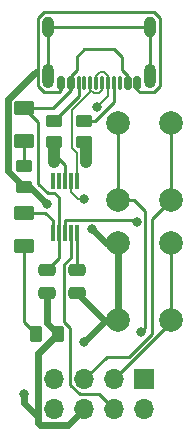
<source format=gbr>
%TF.GenerationSoftware,KiCad,Pcbnew,7.0.9*%
%TF.CreationDate,2024-05-14T19:27:58+09:00*%
%TF.ProjectId,06_WRITER,30365f57-5249-4544-9552-2e6b69636164,rev?*%
%TF.SameCoordinates,Original*%
%TF.FileFunction,Copper,L1,Top*%
%TF.FilePolarity,Positive*%
%FSLAX46Y46*%
G04 Gerber Fmt 4.6, Leading zero omitted, Abs format (unit mm)*
G04 Created by KiCad (PCBNEW 7.0.9) date 2024-05-14 19:27:58*
%MOMM*%
%LPD*%
G01*
G04 APERTURE LIST*
G04 Aperture macros list*
%AMRoundRect*
0 Rectangle with rounded corners*
0 $1 Rounding radius*
0 $2 $3 $4 $5 $6 $7 $8 $9 X,Y pos of 4 corners*
0 Add a 4 corners polygon primitive as box body*
4,1,4,$2,$3,$4,$5,$6,$7,$8,$9,$2,$3,0*
0 Add four circle primitives for the rounded corners*
1,1,$1+$1,$2,$3*
1,1,$1+$1,$4,$5*
1,1,$1+$1,$6,$7*
1,1,$1+$1,$8,$9*
0 Add four rect primitives between the rounded corners*
20,1,$1+$1,$2,$3,$4,$5,0*
20,1,$1+$1,$4,$5,$6,$7,0*
20,1,$1+$1,$6,$7,$8,$9,0*
20,1,$1+$1,$8,$9,$2,$3,0*%
G04 Aperture macros list end*
%TA.AperFunction,ComponentPad*%
%ADD10R,1.700000X1.700000*%
%TD*%
%TA.AperFunction,ComponentPad*%
%ADD11O,1.700000X1.700000*%
%TD*%
%TA.AperFunction,SMDPad,CuDef*%
%ADD12RoundRect,0.250000X0.625000X-0.375000X0.625000X0.375000X-0.625000X0.375000X-0.625000X-0.375000X0*%
%TD*%
%TA.AperFunction,SMDPad,CuDef*%
%ADD13R,0.300000X1.400000*%
%TD*%
%TA.AperFunction,SMDPad,CuDef*%
%ADD14RoundRect,0.250000X-0.475000X0.250000X-0.475000X-0.250000X0.475000X-0.250000X0.475000X0.250000X0*%
%TD*%
%TA.AperFunction,SMDPad,CuDef*%
%ADD15RoundRect,0.250000X0.450000X-0.262500X0.450000X0.262500X-0.450000X0.262500X-0.450000X-0.262500X0*%
%TD*%
%TA.AperFunction,SMDPad,CuDef*%
%ADD16RoundRect,0.250000X-0.450000X0.262500X-0.450000X-0.262500X0.450000X-0.262500X0.450000X0.262500X0*%
%TD*%
%TA.AperFunction,SMDPad,CuDef*%
%ADD17RoundRect,0.150000X0.150000X0.425000X-0.150000X0.425000X-0.150000X-0.425000X0.150000X-0.425000X0*%
%TD*%
%TA.AperFunction,SMDPad,CuDef*%
%ADD18RoundRect,0.075000X0.075000X0.500000X-0.075000X0.500000X-0.075000X-0.500000X0.075000X-0.500000X0*%
%TD*%
%TA.AperFunction,ComponentPad*%
%ADD19O,1.000000X2.100000*%
%TD*%
%TA.AperFunction,ComponentPad*%
%ADD20O,1.000000X1.800000*%
%TD*%
%TA.AperFunction,SMDPad,CuDef*%
%ADD21RoundRect,0.250000X-0.262500X-0.450000X0.262500X-0.450000X0.262500X0.450000X-0.262500X0.450000X0*%
%TD*%
%TA.AperFunction,ComponentPad*%
%ADD22C,2.000000*%
%TD*%
%TA.AperFunction,SMDPad,CuDef*%
%ADD23RoundRect,0.250000X0.475000X-0.250000X0.475000X0.250000X-0.475000X0.250000X-0.475000X-0.250000X0*%
%TD*%
%TA.AperFunction,ViaPad*%
%ADD24C,0.800000*%
%TD*%
%TA.AperFunction,Conductor*%
%ADD25C,0.250000*%
%TD*%
%TA.AperFunction,Conductor*%
%ADD26C,0.600000*%
%TD*%
%TA.AperFunction,Conductor*%
%ADD27C,1.000000*%
%TD*%
%TA.AperFunction,Conductor*%
%ADD28C,0.200000*%
%TD*%
G04 APERTURE END LIST*
D10*
%TO.P,J2,1,Pin_1*%
%TO.N,unconnected-(J2-Pin_1-Pad1)*%
X175260000Y-97155000D03*
D11*
%TO.P,J2,2,Pin_2*%
%TO.N,RX*%
X175260000Y-99695000D03*
%TO.P,J2,3,Pin_3*%
%TO.N,NRST*%
X172720000Y-97155000D03*
%TO.P,J2,4,Pin_4*%
%TO.N,TX*%
X172720000Y-99695000D03*
%TO.P,J2,5,Pin_5*%
%TO.N,BOOT0*%
X170180000Y-97155000D03*
%TO.P,J2,6,Pin_6*%
%TO.N,GND*%
X170180000Y-99695000D03*
%TO.P,J2,7,Pin_7*%
%TO.N,unconnected-(J2-Pin_7-Pad7)*%
X167640000Y-97155000D03*
%TO.P,J2,8,Pin_8*%
%TO.N,+3V3*%
X167640000Y-99695000D03*
%TD*%
D12*
%TO.P,D2,1,K*%
%TO.N,Net-(D2-K)*%
X165100000Y-85855000D03*
%TO.P,D2,2,A*%
%TO.N,Net-(D2-A)*%
X165100000Y-83055000D03*
%TD*%
D13*
%TO.P,U1,1,UD+*%
%TO.N,D+*%
X169545000Y-80350000D03*
%TO.P,U1,2,UD-*%
%TO.N,D-*%
X169045000Y-80350000D03*
%TO.P,U1,3,GND*%
%TO.N,GND*%
X168545000Y-80350000D03*
%TO.P,U1,4,~{RTS}*%
%TO.N,unconnected-(U1-~{RTS}-Pad4)*%
X168045000Y-80350000D03*
%TO.P,U1,5,~{CTS}*%
%TO.N,unconnected-(U1-~{CTS}-Pad5)*%
X167545000Y-80350000D03*
%TO.P,U1,6,TNOW*%
%TO.N,Net-(D2-A)*%
X167545000Y-84750000D03*
%TO.P,U1,7,VCC*%
%TO.N,+5V*%
X168045000Y-84750000D03*
%TO.P,U1,8,TXD*%
%TO.N,RX*%
X168545000Y-84750000D03*
%TO.P,U1,9,RXD*%
%TO.N,TX*%
X169045000Y-84750000D03*
%TO.P,U1,10,V3*%
%TO.N,Net-(U1-V3)*%
X169545000Y-84750000D03*
%TD*%
D14*
%TO.P,C1,1*%
%TO.N,+5V*%
X167005000Y-87950000D03*
%TO.P,C1,2*%
%TO.N,GND*%
X167005000Y-89850000D03*
%TD*%
D15*
%TO.P,R2,1*%
%TO.N,GND*%
X167640000Y-77112500D03*
%TO.P,R2,2*%
%TO.N,Net-(J1-CC2)*%
X167640000Y-75287500D03*
%TD*%
%TO.P,R1,1*%
%TO.N,GND*%
X170180000Y-77112500D03*
%TO.P,R1,2*%
%TO.N,Net-(J1-CC1)*%
X170180000Y-75287500D03*
%TD*%
D16*
%TO.P,R3,1*%
%TO.N,Net-(D1-K)*%
X165100000Y-79097500D03*
%TO.P,R3,2*%
%TO.N,GND*%
X165100000Y-80922500D03*
%TD*%
D17*
%TO.P,J1,A1,GND*%
%TO.N,GND*%
X174650000Y-72065000D03*
%TO.P,J1,A4,VBUS*%
%TO.N,+5V*%
X173850000Y-72065000D03*
D18*
%TO.P,J1,A5,CC1*%
%TO.N,Net-(J1-CC1)*%
X172700000Y-72065000D03*
%TO.P,J1,A6,D+*%
%TO.N,D+*%
X171700000Y-72065000D03*
%TO.P,J1,A7,D-*%
%TO.N,D-*%
X171200000Y-72065000D03*
%TO.P,J1,A8,SBU1*%
%TO.N,unconnected-(J1-SBU1-PadA8)*%
X170200000Y-72065000D03*
D17*
%TO.P,J1,A9,VBUS*%
%TO.N,+5V*%
X169050000Y-72065000D03*
%TO.P,J1,A12,GND*%
%TO.N,GND*%
X168250000Y-72065000D03*
%TO.P,J1,B1,GND*%
X168250000Y-72065000D03*
%TO.P,J1,B4,VBUS*%
%TO.N,+5V*%
X169050000Y-72065000D03*
D18*
%TO.P,J1,B5,CC2*%
%TO.N,Net-(J1-CC2)*%
X169700000Y-72065000D03*
%TO.P,J1,B6,D+*%
%TO.N,D+*%
X170700000Y-72065000D03*
%TO.P,J1,B7,D-*%
%TO.N,D-*%
X172200000Y-72065000D03*
%TO.P,J1,B8,SBU2*%
%TO.N,unconnected-(J1-SBU2-PadB8)*%
X173200000Y-72065000D03*
D17*
%TO.P,J1,B9,VBUS*%
%TO.N,+5V*%
X173850000Y-72065000D03*
%TO.P,J1,B12,GND*%
%TO.N,GND*%
X174650000Y-72065000D03*
D19*
%TO.P,J1,S1,SHIELD*%
%TO.N,unconnected-(J1-SHIELD-PadS1)*%
X175770000Y-71490000D03*
D20*
X175770000Y-67310000D03*
D19*
X167130000Y-71490000D03*
D20*
X167130000Y-67310000D03*
%TD*%
D21*
%TO.P,R4,1*%
%TO.N,Net-(D2-K)*%
X166092500Y-93345000D03*
%TO.P,R4,2*%
%TO.N,GND*%
X167917500Y-93345000D03*
%TD*%
D22*
%TO.P,SW2,1,1*%
%TO.N,+3V3*%
X173010000Y-81990000D03*
X173010000Y-75490000D03*
%TO.P,SW2,2,2*%
%TO.N,BOOT0*%
X177510000Y-81990000D03*
X177510000Y-75490000D03*
%TD*%
D12*
%TO.P,D1,1,K*%
%TO.N,Net-(D1-K)*%
X165100000Y-76965000D03*
%TO.P,D1,2,A*%
%TO.N,+5V*%
X165100000Y-74165000D03*
%TD*%
D23*
%TO.P,C2,1*%
%TO.N,GND*%
X169545000Y-89850000D03*
%TO.P,C2,2*%
%TO.N,Net-(U1-V3)*%
X169545000Y-87950000D03*
%TD*%
D22*
%TO.P,SW1,1,1*%
%TO.N,GND*%
X173030000Y-92150000D03*
X173030000Y-85650000D03*
%TO.P,SW1,2,2*%
%TO.N,NRST*%
X177530000Y-92150000D03*
X177530000Y-85650000D03*
%TD*%
D24*
%TO.N,GND*%
X170345000Y-78740000D03*
X170815000Y-84455000D03*
X167640000Y-78740000D03*
X170180000Y-93980000D03*
X167015326Y-82344219D03*
X165100000Y-98425000D03*
%TO.N,D-*%
X171255201Y-74100201D03*
X170180000Y-81915000D03*
%TO.N,RX*%
X174625000Y-83820000D03*
%TO.N,+3V3*%
X175019655Y-93194351D03*
%TD*%
D25*
%TO.N,+5V*%
X173850000Y-72065000D02*
X173850000Y-71489949D01*
X168045000Y-84750000D02*
X168045000Y-86910000D01*
X169545000Y-69850000D02*
X169545000Y-70994949D01*
X168045000Y-86910000D02*
X167005000Y-87950000D01*
X173355000Y-69850000D02*
X172720000Y-69215000D01*
X166300000Y-75365000D02*
X165100000Y-74165000D01*
X169050000Y-72065000D02*
X169050000Y-72639999D01*
X170180000Y-69215000D02*
X169545000Y-69850000D01*
X173850000Y-71489949D02*
X173355000Y-70994949D01*
X166300000Y-80605000D02*
X167070000Y-81375000D01*
X172720000Y-69215000D02*
X170180000Y-69215000D01*
X173355000Y-70994949D02*
X173355000Y-69850000D01*
X167524999Y-74165000D02*
X165100000Y-74165000D01*
X169050000Y-71489949D02*
X169050000Y-72065000D01*
X169545000Y-70994949D02*
X169050000Y-71489949D01*
X167640000Y-81375000D02*
X168045000Y-81780000D01*
X169050000Y-72639999D02*
X167524999Y-74165000D01*
X168045000Y-81780000D02*
X168045000Y-84750000D01*
X167070000Y-81375000D02*
X167640000Y-81375000D01*
X166300000Y-80605000D02*
X166300000Y-75365000D01*
%TO.N,GND*%
X166788274Y-72865000D02*
X166305000Y-72381726D01*
D26*
X168830000Y-101045000D02*
X166450000Y-101045000D01*
X165100000Y-98425000D02*
X165100000Y-99140000D01*
D27*
X167640000Y-78105000D02*
X167640000Y-77112500D01*
D25*
X176595000Y-72381726D02*
X176111726Y-72865000D01*
X168024999Y-72865000D02*
X166788274Y-72865000D01*
X168250000Y-72065000D02*
X168250000Y-72639999D01*
X168250000Y-72639999D02*
X168024999Y-72865000D01*
X174875001Y-72865000D02*
X174650000Y-72639999D01*
X174650000Y-72639999D02*
X174650000Y-72065000D01*
D26*
X167005000Y-89850000D02*
X167005000Y-92432500D01*
X173030000Y-85650000D02*
X173030000Y-92150000D01*
D25*
X176111726Y-72865000D02*
X174875001Y-72865000D01*
D26*
X165100000Y-80922500D02*
X165593607Y-80922500D01*
D25*
X168545000Y-80350000D02*
X168545000Y-79010000D01*
D26*
X173030000Y-92150000D02*
X172010000Y-92150000D01*
X171845000Y-92150000D02*
X169545000Y-89850000D01*
D27*
X167640000Y-78740000D02*
X167640000Y-78105000D01*
D25*
X166788274Y-66085000D02*
X176111726Y-66085000D01*
D26*
X166290000Y-100885000D02*
X166290000Y-100330000D01*
X173030000Y-92150000D02*
X171845000Y-92150000D01*
D27*
X170180000Y-77112500D02*
X170345000Y-77277500D01*
D26*
X166077412Y-71120000D02*
X166130000Y-71120000D01*
X163725000Y-79547500D02*
X163725000Y-73472412D01*
X166450000Y-101045000D02*
X166290000Y-100885000D01*
D25*
X176595000Y-66568274D02*
X176595000Y-72381726D01*
X176111726Y-66085000D02*
X176595000Y-66568274D01*
D26*
X172010000Y-92150000D02*
X170180000Y-93980000D01*
X165100000Y-99140000D02*
X166290000Y-100330000D01*
X167005000Y-92432500D02*
X167917500Y-93345000D01*
X166290000Y-94972500D02*
X167917500Y-93345000D01*
X165100000Y-80922500D02*
X163725000Y-79547500D01*
X166290000Y-100330000D02*
X166290000Y-94972500D01*
D27*
X170345000Y-77277500D02*
X170345000Y-78740000D01*
D26*
X173030000Y-85650000D02*
X172010000Y-85650000D01*
X170180000Y-99695000D02*
X168830000Y-101045000D01*
D25*
X166305000Y-72381726D02*
X166305000Y-66568274D01*
D26*
X163725000Y-73472412D02*
X166077412Y-71120000D01*
X172010000Y-85650000D02*
X170815000Y-84455000D01*
D25*
X166305000Y-66568274D02*
X166788274Y-66085000D01*
X168545000Y-79010000D02*
X167640000Y-78105000D01*
D26*
X165593607Y-80922500D02*
X167015326Y-82344219D01*
D25*
%TO.N,Net-(U1-V3)*%
X169545000Y-84750000D02*
X169545000Y-87950000D01*
%TO.N,NRST*%
X177530000Y-85650000D02*
X177530000Y-92345000D01*
X177530000Y-92345000D02*
X172720000Y-97155000D01*
%TO.N,Net-(D1-K)*%
X165100000Y-79097500D02*
X165100000Y-76965000D01*
%TO.N,Net-(D2-K)*%
X165100000Y-92352500D02*
X166092500Y-93345000D01*
X165100000Y-85855000D02*
X165100000Y-92352500D01*
%TO.N,Net-(D2-A)*%
X165100000Y-83055000D02*
X166875000Y-83055000D01*
X167545000Y-83725000D02*
X167545000Y-84750000D01*
X166875000Y-83055000D02*
X167545000Y-83725000D01*
%TO.N,Net-(J1-CC1)*%
X170180000Y-75287500D02*
X171092500Y-75287500D01*
X172700000Y-73680000D02*
X172700000Y-72065000D01*
X171092500Y-75287500D02*
X172700000Y-73680000D01*
D28*
%TO.N,D+*%
X171700000Y-72065000D02*
X171700000Y-72672410D01*
X170700000Y-72672410D02*
X170700000Y-72065000D01*
X169545000Y-77974744D02*
X169180000Y-77609744D01*
X169180000Y-77609744D02*
X169180000Y-74348540D01*
X170700000Y-72828540D02*
X170700000Y-72065000D01*
X170967590Y-72940000D02*
X170700000Y-72672410D01*
X169180000Y-74348540D02*
X170700000Y-72828540D01*
X171700000Y-72672410D02*
X171432410Y-72940000D01*
X171432410Y-72940000D02*
X170967590Y-72940000D01*
X169545000Y-80350000D02*
X169545000Y-77974744D01*
%TO.N,D-*%
X171862410Y-71120000D02*
X171537590Y-71120000D01*
X172200000Y-71457590D02*
X171862410Y-71120000D01*
X172200000Y-72065000D02*
X172200000Y-71457590D01*
X171200000Y-71457590D02*
X171200000Y-72065000D01*
X169045000Y-81300000D02*
X169045000Y-80350000D01*
X171537590Y-71120000D02*
X171200000Y-71457590D01*
X169660000Y-81915000D02*
X169045000Y-81300000D01*
X172200000Y-73155402D02*
X171255201Y-74100201D01*
X172200000Y-72065000D02*
X172200000Y-73155402D01*
X170180000Y-81915000D02*
X169660000Y-81915000D01*
D25*
%TO.N,Net-(J1-CC2)*%
X169700000Y-73227500D02*
X169700000Y-72065000D01*
X167640000Y-75287500D02*
X169700000Y-73227500D01*
%TO.N,unconnected-(J1-SHIELD-PadS1)*%
X167130000Y-71490000D02*
X167130000Y-67310000D01*
X175770000Y-67310000D02*
X175770000Y-71490000D01*
X167130000Y-67310000D02*
X175770000Y-67310000D01*
%TO.N,BOOT0*%
X175895000Y-93343604D02*
X173989302Y-95249302D01*
X173989302Y-95249302D02*
X172085698Y-95249302D01*
X175895000Y-83605000D02*
X175895000Y-93343604D01*
X177510000Y-75490000D02*
X177510000Y-81990000D01*
X172085698Y-95249302D02*
X170180000Y-97155000D01*
X177510000Y-81990000D02*
X175895000Y-83605000D01*
%TO.N,RX*%
X168545000Y-83750000D02*
X168570000Y-83725000D01*
X174530000Y-83725000D02*
X174625000Y-83820000D01*
X168545000Y-84750000D02*
X168545000Y-83750000D01*
X168570000Y-83725000D02*
X174530000Y-83725000D01*
%TO.N,TX*%
X168495000Y-87454900D02*
X168495000Y-92295000D01*
X169005000Y-97641701D02*
X169788299Y-98425000D01*
X169788299Y-98425000D02*
X171450000Y-98425000D01*
X169045000Y-86904900D02*
X168495000Y-87454900D01*
X169005000Y-92805000D02*
X169005000Y-97641701D01*
X171450000Y-98425000D02*
X172720000Y-99695000D01*
X169045000Y-84750000D02*
X169045000Y-86904900D01*
X168495000Y-92295000D02*
X169005000Y-92805000D01*
%TO.N,+3V3*%
X175350000Y-82915787D02*
X175350000Y-92864006D01*
X173010000Y-75490000D02*
X173010000Y-81990000D01*
X173010000Y-81990000D02*
X174424213Y-81990000D01*
X174424213Y-81990000D02*
X175350000Y-82915787D01*
X175350000Y-92864006D02*
X175019655Y-93194351D01*
%TD*%
M02*

</source>
